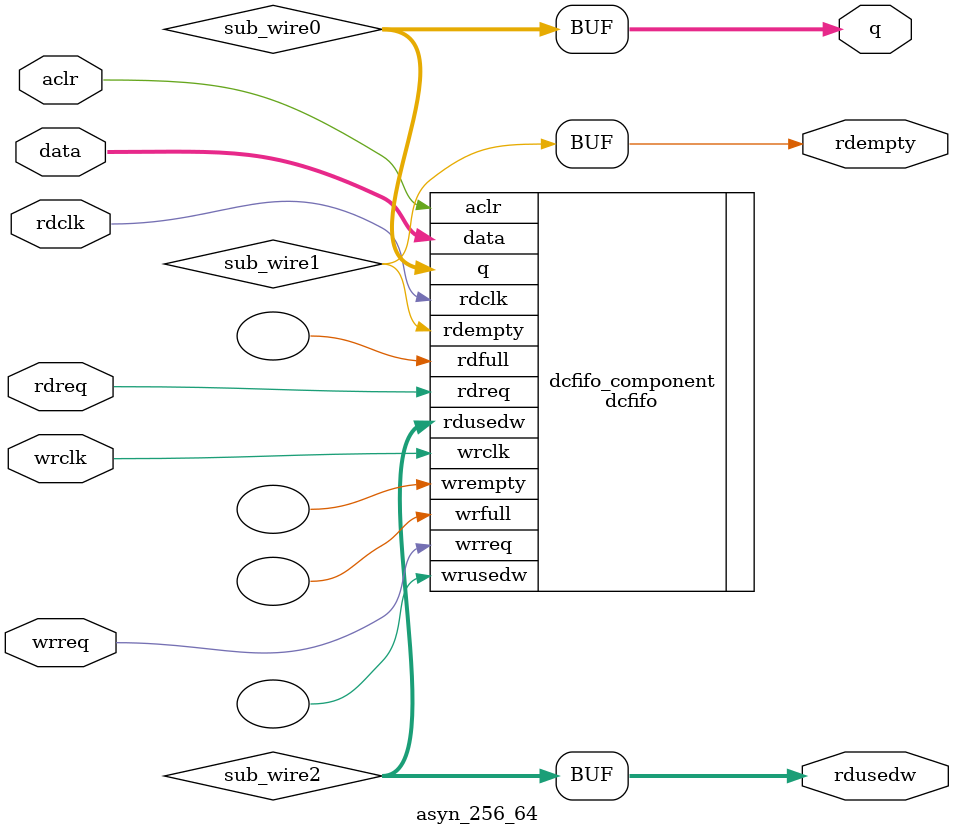
<source format=v>
module asyn_256_64 (
	aclr,
	data,
	rdclk,
	rdreq,
	wrclk,
	wrreq,
	q,
	rdempty,
	rdusedw);
	input	  aclr;
	input	[63:0]  data;
	input	  rdclk;
	input	  rdreq;
	input	  wrclk;
	input	  wrreq;
	output	[63:0]  q;
	output	  rdempty;
	output	[7:0]  rdusedw;
`ifndef ALTERA_RESERVED_QIS
// synopsys translate_off
`endif
	tri0	  aclr;
`ifndef ALTERA_RESERVED_QIS
// synopsys translate_on
`endif
	wire [63:0] sub_wire0;
	wire  sub_wire1;
	wire [7:0] sub_wire2;
	wire [63:0] q = sub_wire0[63:0];
	wire  rdempty = sub_wire1;
	wire [7:0] rdusedw = sub_wire2[7:0];
	dcfifo	dcfifo_component (
				.aclr (aclr),
				.data (data),
				.rdclk (rdclk),
				.rdreq (rdreq),
				.wrclk (wrclk),
				.wrreq (wrreq),
				.q (sub_wire0),
				.rdempty (sub_wire1),
				.rdusedw (sub_wire2),
				.rdfull (),
				.wrempty (),
				.wrfull (),
				.wrusedw ());
	defparam
		dcfifo_component.intended_device_family = "Stratix V",
		dcfifo_component.lpm_numwords = 256,
		dcfifo_component.lpm_showahead = "ON",
		dcfifo_component.lpm_type = "dcfifo",
		dcfifo_component.lpm_width = 64,
		dcfifo_component.lpm_widthu = 8,
		dcfifo_component.overflow_checking = "ON",
		dcfifo_component.rdsync_delaypipe = 5,
		dcfifo_component.read_aclr_synch = "OFF",
		dcfifo_component.underflow_checking = "ON",
		dcfifo_component.use_eab = "ON",
		dcfifo_component.write_aclr_synch = "OFF",
		dcfifo_component.wrsync_delaypipe = 5;
endmodule
</source>
